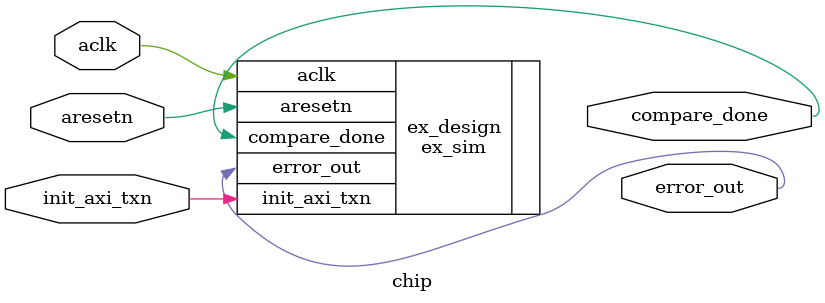
<source format=sv>

`timescale 1 ps / 1 ps

module chip
   (
    aresetn,
  
    aclk,
    compare_done,
    error_out,
    init_axi_txn
    );
  input aclk;
  input aresetn;
    output compare_done;
  output error_out;
  input init_axi_txn;

  wire aclk;
  wire aresetn;
    wire compare_done;
  wire error_out;
  wire init_axi_txn;

  ex_sim ex_design
       (
        .aresetn(aresetn),
  
        .aclk(aclk),        
        .compare_done(compare_done),
        .error_out(error_out),
        .init_axi_txn(init_axi_txn)
        );
endmodule


</source>
